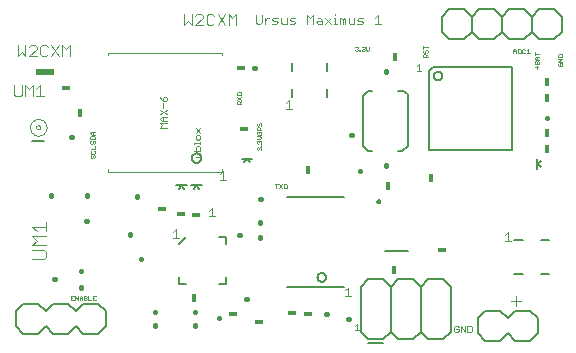
<source format=gto>
G75*
%MOIN*%
%OFA0B0*%
%FSLAX24Y24*%
%IPPOS*%
%LPD*%
%AMOC8*
5,1,8,0,0,1.08239X$1,22.5*
%
%ADD10C,0.0020*%
%ADD11C,0.0030*%
%ADD12C,0.0040*%
%ADD13C,0.0160*%
%ADD14C,0.0060*%
%ADD15C,0.0039*%
%ADD16C,0.0050*%
%ADD17R,0.0591X0.0236*%
%ADD18R,0.0160X0.0280*%
%ADD19C,0.0080*%
%ADD20R,0.0280X0.0160*%
%ADD21C,0.0010*%
D10*
X003391Y001730D02*
X003484Y001730D01*
X003538Y001730D02*
X003538Y001870D01*
X003632Y001730D01*
X003632Y001870D01*
X003686Y001823D02*
X003686Y001730D01*
X003686Y001800D02*
X003779Y001800D01*
X003779Y001823D02*
X003779Y001730D01*
X003833Y001730D02*
X003903Y001730D01*
X003926Y001753D01*
X003926Y001777D01*
X003903Y001800D01*
X003833Y001800D01*
X003779Y001823D02*
X003732Y001870D01*
X003686Y001823D01*
X003833Y001870D02*
X003903Y001870D01*
X003926Y001847D01*
X003926Y001823D01*
X003903Y001800D01*
X003833Y001730D02*
X003833Y001870D01*
X003980Y001870D02*
X003980Y001730D01*
X004074Y001730D01*
X004128Y001730D02*
X004221Y001730D01*
X004174Y001800D02*
X004128Y001800D01*
X004128Y001870D02*
X004128Y001730D01*
X004128Y001870D02*
X004221Y001870D01*
X003484Y001870D02*
X003391Y001870D01*
X003391Y001730D01*
X003391Y001800D02*
X003438Y001800D01*
X007563Y006495D02*
X007673Y006495D01*
X007710Y006531D01*
X007710Y006641D01*
X007563Y006641D01*
X007563Y006716D02*
X007563Y006826D01*
X007600Y006862D01*
X007673Y006862D01*
X007710Y006826D01*
X007710Y006716D01*
X007490Y006716D01*
X007490Y006937D02*
X007490Y006973D01*
X007710Y006973D01*
X007710Y006937D02*
X007710Y007010D01*
X007673Y007084D02*
X007710Y007121D01*
X007710Y007194D01*
X007673Y007231D01*
X007600Y007231D01*
X007563Y007194D01*
X007563Y007121D01*
X007600Y007084D01*
X007673Y007084D01*
X007710Y007305D02*
X007563Y007452D01*
X007563Y007305D02*
X007710Y007452D01*
X006588Y007479D02*
X006368Y007479D01*
X006441Y007552D01*
X006368Y007626D01*
X006588Y007626D01*
X006588Y007700D02*
X006441Y007700D01*
X006368Y007773D01*
X006441Y007847D01*
X006588Y007847D01*
X006588Y007921D02*
X006368Y008068D01*
X006478Y008142D02*
X006478Y008289D01*
X006478Y008363D02*
X006478Y008473D01*
X006514Y008510D01*
X006551Y008510D01*
X006588Y008473D01*
X006588Y008399D01*
X006551Y008363D01*
X006478Y008363D01*
X006404Y008436D01*
X006368Y008510D01*
X006588Y008068D02*
X006368Y007921D01*
X006478Y007847D02*
X006478Y007700D01*
X014925Y009380D02*
X015072Y009380D01*
X014998Y009380D02*
X014998Y009600D01*
X014925Y009527D01*
X016207Y000880D02*
X016170Y000843D01*
X016170Y000697D01*
X016207Y000660D01*
X016280Y000660D01*
X016317Y000697D01*
X016317Y000770D01*
X016243Y000770D01*
X016317Y000843D02*
X016280Y000880D01*
X016207Y000880D01*
X016391Y000880D02*
X016538Y000660D01*
X016538Y000880D01*
X016612Y000880D02*
X016722Y000880D01*
X016759Y000843D01*
X016759Y000697D01*
X016722Y000660D01*
X016612Y000660D01*
X016612Y000880D01*
X016391Y000880D02*
X016391Y000660D01*
X012997Y000720D02*
X012850Y000720D01*
X012923Y000720D02*
X012923Y000940D01*
X012850Y000867D01*
D11*
X012734Y001860D02*
X012540Y001860D01*
X012637Y001860D02*
X012637Y002150D01*
X012540Y002054D01*
X008189Y004520D02*
X007995Y004520D01*
X008092Y004520D02*
X008092Y004810D01*
X007995Y004714D01*
X006892Y004090D02*
X006892Y003800D01*
X006795Y003800D02*
X006989Y003800D01*
X006795Y003994D02*
X006892Y004090D01*
X008375Y005740D02*
X008569Y005740D01*
X008472Y005740D02*
X008472Y006030D01*
X008375Y005934D01*
X010575Y008100D02*
X010769Y008100D01*
X010672Y008100D02*
X010672Y008390D01*
X010575Y008294D01*
X008900Y010900D02*
X008900Y011270D01*
X008777Y011147D01*
X008653Y011270D01*
X008653Y010900D01*
X008532Y010900D02*
X008285Y011270D01*
X008164Y011209D02*
X008102Y011270D01*
X007978Y011270D01*
X007917Y011209D01*
X007917Y010962D01*
X007978Y010900D01*
X008102Y010900D01*
X008164Y010962D01*
X008285Y010900D02*
X008532Y011270D01*
X007795Y011209D02*
X007795Y011147D01*
X007548Y010900D01*
X007795Y010900D01*
X007427Y010900D02*
X007427Y011270D01*
X007548Y011209D02*
X007610Y011270D01*
X007733Y011270D01*
X007795Y011209D01*
X007427Y010900D02*
X007303Y011023D01*
X007180Y010900D01*
X007180Y011270D01*
X009556Y011235D02*
X009555Y010993D01*
X009603Y010945D01*
X009700Y010944D01*
X009749Y010993D01*
X009750Y011235D01*
X009850Y011137D02*
X009850Y010944D01*
X009850Y011041D02*
X009947Y011137D01*
X009995Y011137D01*
X010096Y011088D02*
X010144Y011136D01*
X010289Y011136D01*
X010391Y011136D02*
X010390Y010990D01*
X010438Y010942D01*
X010583Y010941D01*
X010584Y011135D01*
X010685Y011086D02*
X010734Y011134D01*
X010879Y011134D01*
X010830Y011037D02*
X010733Y011038D01*
X010685Y011086D01*
X010685Y010941D02*
X010830Y010940D01*
X010878Y010989D01*
X010830Y011037D01*
X011274Y010939D02*
X011275Y011229D01*
X011371Y011132D01*
X011468Y011229D01*
X011467Y010938D01*
X011569Y010986D02*
X011617Y011034D01*
X011762Y011034D01*
X011762Y011082D02*
X011762Y010937D01*
X011617Y010938D01*
X011569Y010986D01*
X011618Y011131D02*
X011714Y011131D01*
X011762Y011082D01*
X011864Y011130D02*
X012057Y010936D01*
X012158Y010936D02*
X012255Y010936D01*
X012206Y010936D02*
X012207Y011129D01*
X012158Y011129D01*
X012057Y011130D02*
X011863Y010937D01*
X012207Y011226D02*
X012207Y011274D01*
X012355Y011129D02*
X012403Y011129D01*
X012451Y011080D01*
X012500Y011128D01*
X012548Y011080D01*
X012548Y010934D01*
X012451Y010935D02*
X012451Y011080D01*
X012355Y011129D02*
X012354Y010935D01*
X012649Y010983D02*
X012697Y010934D01*
X012842Y010933D01*
X012843Y011127D01*
X012944Y011078D02*
X012993Y011126D01*
X013138Y011126D01*
X013089Y011029D02*
X012992Y011030D01*
X012944Y011078D01*
X012944Y010933D02*
X013089Y010933D01*
X013137Y010981D01*
X013089Y011029D01*
X012649Y010983D02*
X012650Y011128D01*
X013533Y011125D02*
X013631Y011221D01*
X013630Y010931D01*
X013726Y010930D02*
X013533Y010931D01*
X010289Y010991D02*
X010241Y011039D01*
X010144Y011040D01*
X010096Y011088D01*
X010095Y010943D02*
X010240Y010943D01*
X010289Y010991D01*
X003355Y010235D02*
X003355Y009865D01*
X003108Y009865D02*
X003108Y010235D01*
X003232Y010112D01*
X003355Y010235D01*
X002987Y010235D02*
X002740Y009865D01*
X002619Y009927D02*
X002557Y009865D01*
X002433Y009865D01*
X002372Y009927D01*
X002372Y010174D01*
X002433Y010235D01*
X002557Y010235D01*
X002619Y010174D01*
X002740Y010235D02*
X002987Y009865D01*
X002250Y009865D02*
X002003Y009865D01*
X002250Y010112D01*
X002250Y010174D01*
X002188Y010235D01*
X002065Y010235D01*
X002003Y010174D01*
X001882Y010235D02*
X001882Y009865D01*
X001758Y009988D01*
X001635Y009865D01*
X001635Y010235D01*
X001752Y008890D02*
X001752Y008582D01*
X001690Y008520D01*
X001567Y008520D01*
X001505Y008582D01*
X001505Y008890D01*
X001873Y008890D02*
X001997Y008767D01*
X002120Y008890D01*
X002120Y008520D01*
X002242Y008520D02*
X002489Y008520D01*
X002365Y008520D02*
X002365Y008890D01*
X002242Y008767D01*
X001873Y008890D02*
X001873Y008520D01*
X017860Y003899D02*
X017957Y003995D01*
X017957Y003705D01*
X017860Y003705D02*
X018054Y003705D01*
D12*
X018233Y001854D02*
X018233Y001547D01*
X018080Y001700D02*
X018387Y001700D01*
X002575Y003177D02*
X002498Y003100D01*
X002115Y003100D01*
X002575Y003177D02*
X002575Y003330D01*
X002498Y003407D01*
X002115Y003407D01*
X002115Y003560D02*
X002268Y003714D01*
X002115Y003867D01*
X002575Y003867D01*
X002575Y004021D02*
X002575Y004328D01*
X002575Y004174D02*
X002115Y004174D01*
X002268Y004021D01*
X002115Y003560D02*
X002575Y003560D01*
X002241Y007490D02*
X002243Y007506D01*
X002248Y007521D01*
X002257Y007534D01*
X002269Y007545D01*
X002283Y007553D01*
X002298Y007558D01*
X002314Y007559D01*
X002330Y007556D01*
X002344Y007550D01*
X002357Y007540D01*
X002368Y007528D01*
X002375Y007514D01*
X002379Y007498D01*
X002379Y007482D01*
X002375Y007466D01*
X002368Y007452D01*
X002357Y007440D01*
X002345Y007430D01*
X002330Y007424D01*
X002314Y007421D01*
X002298Y007422D01*
X002283Y007427D01*
X002269Y007435D01*
X002257Y007446D01*
X002248Y007459D01*
X002243Y007474D01*
X002241Y007490D01*
X002034Y007490D02*
X002036Y007523D01*
X002042Y007555D01*
X002051Y007586D01*
X002064Y007616D01*
X002081Y007644D01*
X002101Y007670D01*
X002124Y007694D01*
X002149Y007714D01*
X002177Y007732D01*
X002206Y007746D01*
X002237Y007756D01*
X002269Y007763D01*
X002302Y007766D01*
X002335Y007765D01*
X002367Y007760D01*
X002398Y007751D01*
X002429Y007739D01*
X002457Y007723D01*
X002484Y007704D01*
X002508Y007682D01*
X002529Y007657D01*
X002548Y007630D01*
X002563Y007601D01*
X002574Y007571D01*
X002582Y007539D01*
X002586Y007506D01*
X002586Y007474D01*
X002582Y007441D01*
X002574Y007409D01*
X002563Y007379D01*
X002548Y007350D01*
X002529Y007323D01*
X002508Y007298D01*
X002484Y007276D01*
X002457Y007257D01*
X002429Y007241D01*
X002398Y007229D01*
X002367Y007220D01*
X002335Y007215D01*
X002302Y007214D01*
X002269Y007217D01*
X002237Y007224D01*
X002206Y007234D01*
X002177Y007248D01*
X002149Y007266D01*
X002124Y007286D01*
X002101Y007310D01*
X002081Y007336D01*
X002064Y007364D01*
X002051Y007394D01*
X002042Y007425D01*
X002036Y007457D01*
X002034Y007490D01*
D13*
X003393Y007175D02*
X003417Y007175D01*
X003945Y005227D02*
X003945Y005203D01*
X002730Y005227D02*
X002730Y005203D01*
X003913Y004360D02*
X003937Y004360D01*
X005360Y003937D02*
X005360Y003913D01*
X005723Y003115D02*
X005747Y003115D01*
X003725Y002712D02*
X003725Y002688D01*
X003725Y002172D02*
X003725Y002148D01*
X002857Y002435D02*
X002833Y002435D01*
X006210Y001342D02*
X006210Y001318D01*
X006210Y000902D02*
X006210Y000878D01*
X007535Y000878D02*
X007535Y000902D01*
X007535Y001318D02*
X007535Y001342D01*
X008318Y001125D02*
X008342Y001125D01*
X009243Y001775D02*
X009267Y001775D01*
X011898Y001270D02*
X011922Y001270D01*
X012638Y001085D02*
X012662Y001085D01*
X009705Y003813D02*
X009705Y003837D01*
X009705Y004303D02*
X009705Y004327D01*
X009017Y003915D02*
X008993Y003915D01*
X009713Y005105D02*
X009737Y005105D01*
X013018Y006035D02*
X013042Y006035D01*
X013910Y006208D02*
X013910Y006232D01*
X012772Y007225D02*
X012748Y007225D01*
X013905Y009338D02*
X013905Y009362D01*
X009522Y009470D02*
X009498Y009470D01*
X005615Y005197D02*
X005615Y005173D01*
X019260Y007788D02*
X019260Y007812D01*
D14*
X018090Y006740D02*
X015330Y006740D01*
X015330Y009360D01*
X015470Y009500D01*
X018090Y009500D01*
X018090Y006740D01*
X015489Y009200D02*
X015491Y009223D01*
X015497Y009246D01*
X015506Y009267D01*
X015519Y009287D01*
X015535Y009304D01*
X015553Y009318D01*
X015573Y009329D01*
X015595Y009337D01*
X015618Y009341D01*
X015642Y009341D01*
X015665Y009337D01*
X015687Y009329D01*
X015707Y009318D01*
X015725Y009304D01*
X015741Y009287D01*
X015754Y009267D01*
X015763Y009246D01*
X015769Y009223D01*
X015771Y009200D01*
X015769Y009177D01*
X015763Y009154D01*
X015754Y009133D01*
X015741Y009113D01*
X015725Y009096D01*
X015707Y009082D01*
X015687Y009071D01*
X015665Y009063D01*
X015642Y009059D01*
X015618Y009059D01*
X015595Y009063D01*
X015573Y009071D01*
X015553Y009082D01*
X015535Y009096D01*
X015519Y009113D01*
X015506Y009133D01*
X015497Y009154D01*
X015491Y009177D01*
X015489Y009200D01*
X016010Y010420D02*
X016510Y010420D01*
X016760Y010670D01*
X017010Y010420D01*
X017510Y010420D01*
X017760Y010670D01*
X017760Y011170D01*
X017510Y011420D01*
X017010Y011420D01*
X016760Y011170D01*
X016760Y010670D01*
X016010Y010420D02*
X015760Y010670D01*
X015760Y011170D01*
X016010Y011420D01*
X016510Y011420D01*
X016760Y011170D01*
X017760Y011170D02*
X018010Y011420D01*
X018510Y011420D01*
X018760Y011170D01*
X019010Y011420D01*
X019510Y011420D01*
X019760Y011170D01*
X019760Y010670D01*
X019510Y010420D01*
X019010Y010420D01*
X018760Y010670D01*
X018510Y010420D01*
X018010Y010420D01*
X017760Y010670D01*
X018760Y010670D02*
X018760Y011170D01*
D15*
X008448Y009969D02*
X008448Y009910D01*
X008448Y009969D02*
X004629Y009969D01*
X004629Y009910D01*
X004629Y006091D02*
X004629Y005992D01*
X008448Y005992D01*
X008448Y006091D01*
D16*
X007423Y006465D02*
X007425Y006490D01*
X007431Y006514D01*
X007440Y006537D01*
X007453Y006558D01*
X007470Y006577D01*
X007489Y006594D01*
X007510Y006607D01*
X007533Y006616D01*
X007557Y006622D01*
X007582Y006624D01*
X007607Y006622D01*
X007631Y006616D01*
X007654Y006607D01*
X007675Y006594D01*
X007694Y006577D01*
X007711Y006558D01*
X007724Y006537D01*
X007733Y006514D01*
X007739Y006490D01*
X007741Y006465D01*
X007739Y006440D01*
X007733Y006416D01*
X007724Y006393D01*
X007711Y006372D01*
X007694Y006353D01*
X007675Y006336D01*
X007654Y006323D01*
X007631Y006314D01*
X007607Y006308D01*
X007582Y006306D01*
X007557Y006308D01*
X007533Y006314D01*
X007510Y006323D01*
X007489Y006336D01*
X007470Y006353D01*
X007453Y006372D01*
X007440Y006393D01*
X007431Y006416D01*
X007425Y006440D01*
X007423Y006465D01*
X010615Y005166D02*
X012505Y005166D01*
X013608Y005010D02*
X013610Y005023D01*
X013615Y005035D01*
X013624Y005045D01*
X013635Y005052D01*
X013647Y005056D01*
X013661Y005056D01*
X013673Y005052D01*
X013684Y005045D01*
X013693Y005035D01*
X013698Y005023D01*
X013700Y005010D01*
X013698Y004997D01*
X013693Y004985D01*
X013684Y004975D01*
X013673Y004968D01*
X013661Y004964D01*
X013647Y004964D01*
X013635Y004968D01*
X013624Y004975D01*
X013615Y004985D01*
X013610Y004997D01*
X013608Y005010D01*
X013851Y003373D02*
X014639Y003373D01*
X012505Y002174D02*
X010615Y002174D01*
X011615Y002489D02*
X011617Y002512D01*
X011623Y002535D01*
X011632Y002557D01*
X011645Y002576D01*
X011661Y002593D01*
X011679Y002608D01*
X011700Y002619D01*
X011722Y002627D01*
X011745Y002631D01*
X011769Y002631D01*
X011792Y002627D01*
X011814Y002619D01*
X011835Y002608D01*
X011853Y002593D01*
X011869Y002576D01*
X011882Y002557D01*
X011891Y002535D01*
X011897Y002512D01*
X011899Y002489D01*
X011897Y002466D01*
X011891Y002443D01*
X011882Y002421D01*
X011869Y002402D01*
X011853Y002385D01*
X011835Y002370D01*
X011814Y002359D01*
X011792Y002351D01*
X011769Y002347D01*
X011745Y002347D01*
X011722Y002351D01*
X011700Y002359D01*
X011679Y002370D01*
X011661Y002385D01*
X011645Y002402D01*
X011632Y002421D01*
X011623Y002443D01*
X011617Y002466D01*
X011615Y002489D01*
X008557Y002504D02*
X008557Y002268D01*
X008321Y002268D01*
X007219Y002268D02*
X006983Y002268D01*
X006983Y002504D01*
X006983Y003586D02*
X007239Y003842D01*
X008321Y003842D02*
X008557Y003842D01*
X008557Y003606D01*
X013133Y006853D02*
X013290Y006695D01*
X013448Y006695D01*
X013133Y006853D02*
X013133Y008546D01*
X013290Y008703D01*
X013448Y008703D01*
X014314Y008703D02*
X014471Y008703D01*
X014629Y008585D01*
X014629Y006853D01*
X014432Y006695D01*
X014314Y006695D01*
D17*
X002528Y009332D03*
D18*
X003695Y007970D03*
X011310Y006070D03*
X013955Y005525D03*
X015390Y005800D03*
X019250Y006780D03*
X019255Y007285D03*
X019260Y008470D03*
X019265Y008985D03*
X014210Y009830D03*
X014150Y002720D03*
X007505Y001795D03*
D19*
X001560Y001360D02*
X001560Y000860D01*
X001810Y000610D01*
X002310Y000610D01*
X002560Y000860D01*
X002810Y000610D01*
X003310Y000610D01*
X003560Y000860D01*
X003810Y000610D01*
X004310Y000610D01*
X004560Y000860D01*
X004560Y001360D01*
X004310Y001610D01*
X003810Y001610D01*
X003560Y001360D01*
X003310Y001610D01*
X002810Y001610D01*
X002560Y001360D01*
X002310Y001610D01*
X001810Y001610D01*
X001560Y001360D01*
X006989Y005435D02*
X007065Y005551D01*
X007075Y005557D02*
X007167Y005435D01*
X007256Y005557D02*
X007075Y005557D01*
X006894Y005557D01*
X007394Y005562D02*
X007575Y005562D01*
X007667Y005440D01*
X007756Y005562D02*
X007575Y005562D01*
X007565Y005556D02*
X007489Y005440D01*
X009084Y006442D02*
X009265Y006442D01*
X009357Y006320D01*
X009446Y006442D02*
X009265Y006442D01*
X009255Y006436D02*
X009179Y006320D01*
X010779Y008489D02*
X010779Y008776D01*
X010779Y009364D02*
X010779Y009651D01*
X011941Y009651D02*
X011941Y009364D01*
X011941Y008776D02*
X011941Y008489D01*
X018943Y006451D02*
X018943Y006270D01*
X019065Y006362D01*
X018943Y006270D02*
X018943Y006089D01*
X019065Y006184D02*
X018949Y006260D01*
X019054Y003751D02*
X019341Y003751D01*
X018466Y003751D02*
X018179Y003751D01*
X018179Y002589D02*
X018466Y002589D01*
X019054Y002589D02*
X019341Y002589D01*
X018715Y001380D02*
X018215Y001380D01*
X017965Y001130D01*
X017715Y001380D01*
X017215Y001380D01*
X016965Y001130D01*
X016965Y000630D01*
X017215Y000380D01*
X017715Y000380D01*
X017965Y000630D01*
X018215Y000380D01*
X018715Y000380D01*
X018965Y000630D01*
X018965Y001130D01*
X018715Y001380D01*
X016060Y000670D02*
X016060Y002170D01*
X015810Y002420D01*
X015310Y002420D01*
X015060Y002170D01*
X015060Y000670D01*
X015310Y000420D01*
X015810Y000420D01*
X016060Y000670D01*
X015060Y000670D02*
X014810Y000420D01*
X014310Y000420D01*
X014060Y000670D01*
X014060Y002170D01*
X014310Y002420D01*
X014810Y002420D01*
X015060Y002170D01*
X014060Y002170D02*
X013810Y002420D01*
X013310Y002420D01*
X013060Y002170D01*
X013060Y000670D01*
X013310Y000420D01*
X013810Y000420D01*
X014060Y000670D01*
X013810Y000288D02*
X013310Y000288D01*
X002507Y007018D02*
X002113Y007018D01*
D20*
X003245Y008800D03*
X009060Y009470D03*
X009160Y007420D03*
X006445Y004775D03*
X007075Y004585D03*
X007575Y004580D03*
X008800Y001260D03*
X009675Y001015D03*
X010775Y001290D03*
X011310Y001270D03*
X015755Y003415D03*
D21*
X010587Y005483D02*
X010587Y005583D01*
X010562Y005608D01*
X010487Y005608D01*
X010487Y005458D01*
X010562Y005458D01*
X010587Y005483D01*
X010439Y005458D02*
X010339Y005608D01*
X010292Y005608D02*
X010192Y005608D01*
X010242Y005608D02*
X010242Y005458D01*
X010339Y005458D02*
X010439Y005608D01*
X009722Y006727D02*
X009747Y006752D01*
X009747Y006802D01*
X009722Y006827D01*
X009697Y006827D01*
X009672Y006802D01*
X009672Y006777D01*
X009672Y006802D02*
X009647Y006827D01*
X009622Y006827D01*
X009597Y006802D01*
X009597Y006752D01*
X009622Y006727D01*
X009722Y006874D02*
X009722Y006899D01*
X009747Y006899D01*
X009747Y006874D01*
X009722Y006874D01*
X009722Y006948D02*
X009747Y006973D01*
X009747Y007023D01*
X009722Y007048D01*
X009697Y007048D01*
X009672Y007023D01*
X009672Y006998D01*
X009672Y007023D02*
X009647Y007048D01*
X009622Y007048D01*
X009597Y007023D01*
X009597Y006973D01*
X009622Y006948D01*
X009597Y007095D02*
X009697Y007095D01*
X009747Y007145D01*
X009697Y007195D01*
X009597Y007195D01*
X009622Y007243D02*
X009722Y007243D01*
X009747Y007268D01*
X009747Y007318D01*
X009722Y007343D01*
X009672Y007343D01*
X009672Y007293D01*
X009622Y007343D02*
X009597Y007318D01*
X009597Y007268D01*
X009622Y007243D01*
X009597Y007390D02*
X009597Y007465D01*
X009622Y007490D01*
X009672Y007490D01*
X009697Y007465D01*
X009697Y007390D01*
X009747Y007390D02*
X009597Y007390D01*
X009622Y007537D02*
X009647Y007537D01*
X009672Y007562D01*
X009672Y007612D01*
X009697Y007637D01*
X009722Y007637D01*
X009747Y007612D01*
X009747Y007562D01*
X009722Y007537D01*
X009622Y007537D02*
X009597Y007562D01*
X009597Y007612D01*
X009622Y007637D01*
X009082Y008267D02*
X008932Y008267D01*
X008932Y008342D01*
X008957Y008367D01*
X009007Y008367D01*
X009032Y008342D01*
X009032Y008267D01*
X009032Y008317D02*
X009082Y008367D01*
X009082Y008414D02*
X008932Y008514D01*
X008932Y008562D02*
X008932Y008637D01*
X008957Y008662D01*
X009057Y008662D01*
X009082Y008637D01*
X009082Y008562D01*
X008932Y008562D01*
X008932Y008414D02*
X009082Y008514D01*
X012867Y010058D02*
X012892Y010032D01*
X012943Y010032D01*
X012968Y010058D01*
X012968Y010083D01*
X012943Y010108D01*
X012918Y010108D01*
X012943Y010108D02*
X012968Y010133D01*
X012968Y010158D01*
X012943Y010183D01*
X012892Y010183D01*
X012867Y010158D01*
X013015Y010058D02*
X013040Y010058D01*
X013040Y010032D01*
X013015Y010032D01*
X013015Y010058D01*
X013088Y010058D02*
X013113Y010032D01*
X013164Y010032D01*
X013189Y010058D01*
X013189Y010083D01*
X013164Y010108D01*
X013139Y010108D01*
X013164Y010108D02*
X013189Y010133D01*
X013189Y010158D01*
X013164Y010183D01*
X013113Y010183D01*
X013088Y010158D01*
X013236Y010183D02*
X013236Y010083D01*
X013286Y010032D01*
X013336Y010083D01*
X013336Y010183D01*
X015137Y010166D02*
X015288Y010166D01*
X015262Y010069D02*
X015288Y010044D01*
X015288Y009993D01*
X015262Y009968D01*
X015288Y009921D02*
X015237Y009871D01*
X015237Y009896D02*
X015237Y009821D01*
X015288Y009821D02*
X015137Y009821D01*
X015137Y009896D01*
X015162Y009921D01*
X015212Y009921D01*
X015237Y009896D01*
X015187Y009968D02*
X015212Y009993D01*
X015212Y010044D01*
X015237Y010069D01*
X015262Y010069D01*
X015162Y010069D02*
X015137Y010044D01*
X015137Y009993D01*
X015162Y009968D01*
X015187Y009968D01*
X015137Y010116D02*
X015137Y010216D01*
X018142Y010053D02*
X018192Y010103D01*
X018242Y010053D01*
X018242Y009953D01*
X018289Y009953D02*
X018364Y009953D01*
X018389Y009978D01*
X018389Y010078D01*
X018364Y010103D01*
X018289Y010103D01*
X018289Y009953D01*
X018242Y010028D02*
X018142Y010028D01*
X018142Y010053D02*
X018142Y009953D01*
X018437Y009978D02*
X018437Y010078D01*
X018462Y010103D01*
X018512Y010103D01*
X018537Y010078D01*
X018584Y010053D02*
X018634Y010103D01*
X018634Y009953D01*
X018584Y009953D02*
X018684Y009953D01*
X018537Y009978D02*
X018512Y009953D01*
X018462Y009953D01*
X018437Y009978D01*
X018857Y009989D02*
X018857Y009889D01*
X018857Y009939D02*
X019007Y009939D01*
X019007Y009842D02*
X018907Y009842D01*
X018857Y009792D01*
X018907Y009742D01*
X019007Y009742D01*
X018982Y009694D02*
X019007Y009669D01*
X019007Y009594D01*
X018857Y009594D01*
X018857Y009669D01*
X018882Y009694D01*
X018907Y009694D01*
X018932Y009669D01*
X018932Y009594D01*
X018932Y009547D02*
X018932Y009447D01*
X018882Y009497D02*
X018982Y009497D01*
X018932Y009669D02*
X018957Y009694D01*
X018982Y009694D01*
X018932Y009742D02*
X018932Y009842D01*
X019632Y009822D02*
X019632Y009897D01*
X019657Y009922D01*
X019757Y009922D01*
X019782Y009897D01*
X019782Y009822D01*
X019632Y009822D01*
X019632Y009774D02*
X019782Y009774D01*
X019632Y009674D01*
X019782Y009674D01*
X019757Y009627D02*
X019707Y009627D01*
X019707Y009577D01*
X019657Y009627D02*
X019632Y009602D01*
X019632Y009552D01*
X019657Y009527D01*
X019757Y009527D01*
X019782Y009552D01*
X019782Y009602D01*
X019757Y009627D01*
X004198Y007341D02*
X004097Y007341D01*
X004047Y007291D01*
X004097Y007241D01*
X004198Y007241D01*
X004172Y007194D02*
X004072Y007194D01*
X004047Y007169D01*
X004047Y007093D01*
X004198Y007093D01*
X004198Y007169D01*
X004172Y007194D01*
X004122Y007241D02*
X004122Y007341D01*
X004147Y007046D02*
X004172Y007046D01*
X004198Y007021D01*
X004198Y006971D01*
X004172Y006946D01*
X004122Y006971D02*
X004097Y006946D01*
X004072Y006946D01*
X004047Y006971D01*
X004047Y007021D01*
X004072Y007046D01*
X004122Y007021D02*
X004147Y007046D01*
X004122Y007021D02*
X004122Y006971D01*
X004207Y006862D02*
X004207Y006762D01*
X004057Y006762D01*
X004082Y006714D02*
X004057Y006689D01*
X004057Y006639D01*
X004082Y006614D01*
X004182Y006614D01*
X004207Y006639D01*
X004207Y006689D01*
X004182Y006714D01*
X004182Y006567D02*
X004207Y006542D01*
X004207Y006492D01*
X004182Y006467D01*
X004132Y006492D02*
X004107Y006467D01*
X004082Y006467D01*
X004057Y006492D01*
X004057Y006542D01*
X004082Y006567D01*
X004132Y006542D02*
X004157Y006567D01*
X004182Y006567D01*
X004132Y006542D02*
X004132Y006492D01*
M02*

</source>
